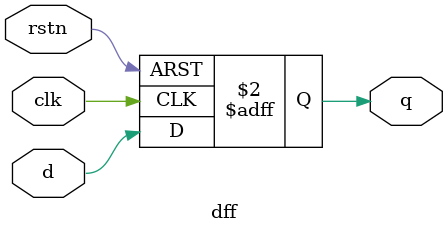
<source format=v>
module dff (input d,
             input rstn,
             input clk,
             output reg q);


	always@(posedge clk or posedge rstn)
	if(rstn)
		q <= 0;
	else
		q <= d;
	
endmodule
</source>
